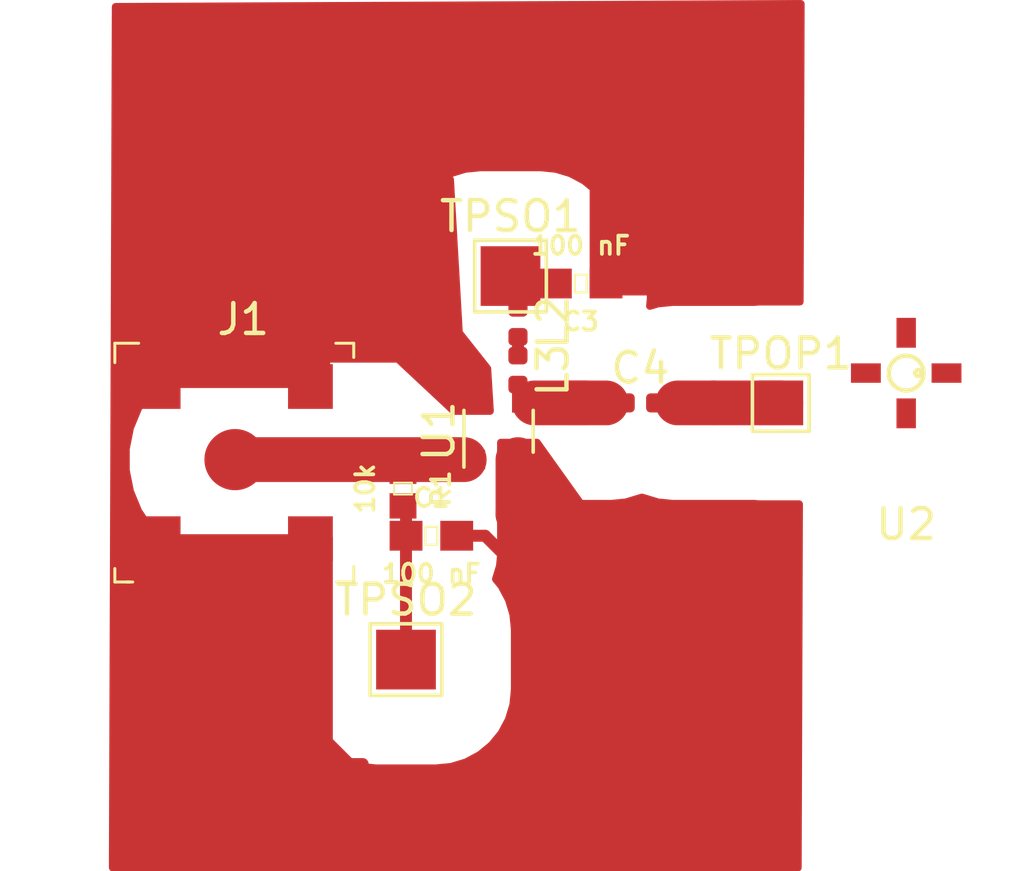
<source format=kicad_pcb>
(kicad_pcb (version 20171130) (host pcbnew 5.1.5+dfsg1-2~bpo9+1)

  (general
    (thickness 1.6)
    (drawings 0)
    (tracks 22)
    (zones 0)
    (modules 12)
    (nets 12)
  )

  (page A4)
  (layers
    (0 F.Cu signal)
    (31 B.Cu signal)
    (32 B.Adhes user)
    (33 F.Adhes user)
    (34 B.Paste user)
    (35 F.Paste user)
    (36 B.SilkS user)
    (37 F.SilkS user)
    (38 B.Mask user)
    (39 F.Mask user)
    (40 Dwgs.User user)
    (41 Cmts.User user)
    (42 Eco1.User user)
    (43 Eco2.User user)
    (44 Edge.Cuts user)
    (45 Margin user)
    (46 B.CrtYd user)
    (47 F.CrtYd user)
    (48 B.Fab user)
    (49 F.Fab user)
  )

  (setup
    (last_trace_width 0.25)
    (user_trace_width 0.4)
    (user_trace_width 1.5)
    (trace_clearance 0.2)
    (zone_clearance 0)
    (zone_45_only no)
    (trace_min 0.2)
    (via_size 0.8)
    (via_drill 0.4)
    (via_min_size 0.4)
    (via_min_drill 0.3)
    (uvia_size 0.3)
    (uvia_drill 0.1)
    (uvias_allowed no)
    (uvia_min_size 0.2)
    (uvia_min_drill 0.1)
    (edge_width 0.05)
    (segment_width 0.2)
    (pcb_text_width 0.3)
    (pcb_text_size 1.5 1.5)
    (mod_edge_width 0.12)
    (mod_text_size 1 1)
    (mod_text_width 0.15)
    (pad_size 1.524 1.524)
    (pad_drill 0.762)
    (pad_to_mask_clearance 0.051)
    (solder_mask_min_width 0.25)
    (aux_axis_origin 137.4 91.2)
    (grid_origin 137.4 91.2)
    (visible_elements FFFFFF7F)
    (pcbplotparams
      (layerselection 0x010fc_ffffffff)
      (usegerberextensions false)
      (usegerberattributes false)
      (usegerberadvancedattributes false)
      (creategerberjobfile false)
      (excludeedgelayer true)
      (linewidth 0.020000)
      (plotframeref false)
      (viasonmask false)
      (mode 1)
      (useauxorigin true)
      (hpglpennumber 1)
      (hpglpenspeed 20)
      (hpglpendiameter 15.000000)
      (psnegative false)
      (psa4output false)
      (plotreference true)
      (plotvalue true)
      (plotinvisibletext false)
      (padsonsilk false)
      (subtractmaskfromsilk false)
      (outputformat 1)
      (mirror false)
      (drillshape 0)
      (scaleselection 1)
      (outputdirectory ""))
  )

  (net 0 "")
  (net 1 nsource)
  (net 2 GND)
  (net 3 "Net-(C4-Pad2)")
  (net 4 "Net-(C4-Pad1)")
  (net 5 "Net-(J1-Pad2)")
  (net 6 "Net-(L2-Pad2)")
  (net 7 "Net-(C1-Pad1)")
  (net 8 "Net-(U2-Pad3)")
  (net 9 "Net-(U2-Pad4)")
  (net 10 "Net-(U2-Pad1)")
  (net 11 "Net-(U2-Pad2)")

  (net_class Default "This is the default net class."
    (clearance 0.2)
    (trace_width 0.25)
    (via_dia 0.8)
    (via_drill 0.4)
    (uvia_dia 0.3)
    (uvia_drill 0.1)
    (add_net GND)
    (add_net "Net-(C1-Pad1)")
    (add_net "Net-(C4-Pad1)")
    (add_net "Net-(C4-Pad2)")
    (add_net "Net-(J1-Pad2)")
    (add_net "Net-(L2-Pad2)")
    (add_net "Net-(U2-Pad1)")
    (add_net "Net-(U2-Pad2)")
    (add_net "Net-(U2-Pad3)")
    (add_net "Net-(U2-Pad4)")
    (add_net nsource)
  )

  (module 0xDBFB7:4-Micro-X (layer F.Cu) (tedit 5E8E9CC3) (tstamp 5F2EF94D)
    (at 164 103.6)
    (path /5F97ADF9)
    (fp_text reference U2 (at 0 5.072) (layer F.SilkS)
      (effects (font (size 1 1) (thickness 0.15)))
    )
    (fp_text value CE3520K3 (at 0 4.072) (layer F.Fab)
      (effects (font (size 1 1) (thickness 0.15)))
    )
    (fp_circle (center 0.4 0) (end 0.5 0) (layer F.SilkS) (width 0.15))
    (fp_circle (center 0 0) (end 0.583095 0) (layer F.SilkS) (width 0.15))
    (fp_text user Source (at -0.5 1.4 90) (layer Dwgs.User)
      (effects (font (size 0.2 0.2) (thickness 0.05)))
    )
    (fp_text user Source (at -0.5 -1.3 90) (layer Dwgs.User)
      (effects (font (size 0.2 0.2) (thickness 0.05)))
    )
    (fp_text user Drain (at -1.3 -0.5) (layer Dwgs.User)
      (effects (font (size 0.2 0.2) (thickness 0.05)))
    )
    (fp_text user Gate (at 1.4 -0.5) (layer Dwgs.User)
      (effects (font (size 0.2 0.2) (thickness 0.05)))
    )
    (pad 3 smd rect (at 0 1.35 180) (size 0.65 1) (layers F.Cu F.Paste F.Mask)
      (net 8 "Net-(U2-Pad3)"))
    (pad 4 smd rect (at 1.35 0 270) (size 0.65 1) (layers F.Cu F.Paste F.Mask)
      (net 9 "Net-(U2-Pad4)"))
    (pad 1 smd rect (at 0 -1.35) (size 0.65 1) (layers F.Cu F.Paste F.Mask)
      (net 10 "Net-(U2-Pad1)"))
    (pad 2 smd rect (at -1.35 0 90) (size 0.65 1) (layers F.Cu F.Paste F.Mask)
      (net 11 "Net-(U2-Pad2)"))
  )

  (module Capacitors:0402 (layer F.Cu) (tedit 200000) (tstamp 5F2E2EB5)
    (at 147.15 107.47088 270)
    (descr "GENERIC 1005 (0402) PACKAGE")
    (tags "GENERIC 1005 (0402) PACKAGE")
    (path /5F960EE5)
    (attr smd)
    (fp_text reference R1 (at 0 -1.27 90) (layer F.SilkS)
      (effects (font (size 0.6096 0.6096) (thickness 0.127)))
    )
    (fp_text value 10k (at 0 1.27 90) (layer F.SilkS)
      (effects (font (size 0.6096 0.6096) (thickness 0.127)))
    )
    (fp_line (start -1.19888 0.6477) (end -1.19888 -0.6477) (layer F.CrtYd) (width 0.0508))
    (fp_line (start 1.19888 0.6477) (end -1.19888 0.6477) (layer F.CrtYd) (width 0.0508))
    (fp_line (start 1.19888 -0.6477) (end 1.19888 0.6477) (layer F.CrtYd) (width 0.0508))
    (fp_line (start -1.19888 -0.6477) (end 1.19888 -0.6477) (layer F.CrtYd) (width 0.0508))
    (fp_line (start 0.26924 0.2286) (end -0.26924 0.2286) (layer Dwgs.User) (width 0.1524))
    (fp_line (start -0.26924 -0.2286) (end 0.26924 -0.2286) (layer Dwgs.User) (width 0.1524))
    (fp_line (start -0.19812 0.29972) (end -0.19812 -0.29972) (layer F.SilkS) (width 0.06604))
    (fp_line (start -0.19812 -0.29972) (end 0.19812 -0.29972) (layer F.SilkS) (width 0.06604))
    (fp_line (start 0.19812 0.29972) (end 0.19812 -0.29972) (layer F.SilkS) (width 0.06604))
    (fp_line (start -0.19812 0.29972) (end 0.19812 0.29972) (layer F.SilkS) (width 0.06604))
    (fp_line (start 0.25654 0.3048) (end 0.25654 -0.3048) (layer Dwgs.User) (width 0.06604))
    (fp_line (start 0.25654 -0.3048) (end 0.5588 -0.3048) (layer Dwgs.User) (width 0.06604))
    (fp_line (start 0.5588 0.3048) (end 0.5588 -0.3048) (layer Dwgs.User) (width 0.06604))
    (fp_line (start 0.25654 0.3048) (end 0.5588 0.3048) (layer Dwgs.User) (width 0.06604))
    (fp_line (start -0.55372 0.3048) (end -0.55372 -0.3048) (layer Dwgs.User) (width 0.06604))
    (fp_line (start -0.55372 -0.3048) (end -0.254 -0.3048) (layer Dwgs.User) (width 0.06604))
    (fp_line (start -0.254 0.3048) (end -0.254 -0.3048) (layer Dwgs.User) (width 0.06604))
    (fp_line (start -0.55372 0.3048) (end -0.254 0.3048) (layer Dwgs.User) (width 0.06604))
    (pad 2 smd rect (at 0.57912 0 270) (size 0.84836 0.89916) (layers F.Cu F.Paste F.Mask)
      (net 7 "Net-(C1-Pad1)") (solder_mask_margin 0.1016))
    (pad 1 smd rect (at -0.57912 0 270) (size 0.84836 0.89916) (layers F.Cu F.Paste F.Mask)
      (net 5 "Net-(J1-Pad2)") (solder_mask_margin 0.1016))
  )

  (module Capacitors:0603 (layer F.Cu) (tedit 596180EF) (tstamp 5F2E2E55)
    (at 153.1 100.6 180)
    (descr "GENERIC 1608 (0603) PACKAGE")
    (tags "GENERIC 1608 (0603) PACKAGE")
    (path /5EE4533B)
    (attr smd)
    (fp_text reference C3 (at 0 -1.27) (layer F.SilkS)
      (effects (font (size 0.6096 0.6096) (thickness 0.127)))
    )
    (fp_text value "100 nF" (at 0 1.27) (layer F.SilkS)
      (effects (font (size 0.6096 0.6096) (thickness 0.127)))
    )
    (fp_line (start -0.3556 0.41656) (end 0.3556 0.41656) (layer Dwgs.User) (width 0.1016))
    (fp_line (start -0.3556 -0.4318) (end 0.3556 -0.4318) (layer Dwgs.User) (width 0.1016))
    (fp_line (start -1.59766 0.6985) (end -1.59766 -0.6985) (layer F.CrtYd) (width 0.0508))
    (fp_line (start 1.59766 0.6985) (end -1.59766 0.6985) (layer F.CrtYd) (width 0.0508))
    (fp_line (start 1.59766 -0.6985) (end 1.59766 0.6985) (layer F.CrtYd) (width 0.0508))
    (fp_line (start -1.59766 -0.6985) (end 1.59766 -0.6985) (layer F.CrtYd) (width 0.0508))
    (fp_line (start -0.19812 0.29972) (end -0.19812 -0.29972) (layer F.SilkS) (width 0.06604))
    (fp_line (start -0.19812 -0.29972) (end 0.19812 -0.29972) (layer F.SilkS) (width 0.06604))
    (fp_line (start 0.19812 0.29972) (end 0.19812 -0.29972) (layer F.SilkS) (width 0.06604))
    (fp_line (start -0.19812 0.29972) (end 0.19812 0.29972) (layer F.SilkS) (width 0.06604))
    (fp_line (start 0.3302 0.4699) (end 0.3302 -0.48006) (layer Dwgs.User) (width 0.06604))
    (fp_line (start 0.3302 -0.48006) (end 0.82804 -0.48006) (layer Dwgs.User) (width 0.06604))
    (fp_line (start 0.82804 0.4699) (end 0.82804 -0.48006) (layer Dwgs.User) (width 0.06604))
    (fp_line (start 0.3302 0.4699) (end 0.82804 0.4699) (layer Dwgs.User) (width 0.06604))
    (fp_line (start -0.8382 0.4699) (end -0.8382 -0.48006) (layer Dwgs.User) (width 0.06604))
    (fp_line (start -0.8382 -0.48006) (end -0.33782 -0.48006) (layer Dwgs.User) (width 0.06604))
    (fp_line (start -0.33782 0.4699) (end -0.33782 -0.48006) (layer Dwgs.User) (width 0.06604))
    (fp_line (start -0.8382 0.4699) (end -0.33782 0.4699) (layer Dwgs.User) (width 0.06604))
    (pad 2 smd rect (at 0.84836 0 180) (size 1.09982 0.99822) (layers F.Cu F.Paste F.Mask)
      (net 1 nsource) (solder_mask_margin 0.1016))
    (pad 1 smd rect (at -0.84836 0 180) (size 1.09982 0.99822) (layers F.Cu F.Paste F.Mask)
      (net 2 GND) (solder_mask_margin 0.1016))
  )

  (module Capacitors:0603 (layer F.Cu) (tedit 596180EF) (tstamp 5F2E3678)
    (at 148.1 109.05)
    (descr "GENERIC 1608 (0603) PACKAGE")
    (tags "GENERIC 1608 (0603) PACKAGE")
    (path /5F96C23F)
    (attr smd)
    (fp_text reference C1 (at 0 -1.27) (layer F.SilkS)
      (effects (font (size 0.6096 0.6096) (thickness 0.127)))
    )
    (fp_text value "100 nF" (at 0 1.27) (layer F.SilkS)
      (effects (font (size 0.6096 0.6096) (thickness 0.127)))
    )
    (fp_line (start -0.3556 0.41656) (end 0.3556 0.41656) (layer Dwgs.User) (width 0.1016))
    (fp_line (start -0.3556 -0.4318) (end 0.3556 -0.4318) (layer Dwgs.User) (width 0.1016))
    (fp_line (start -1.59766 0.6985) (end -1.59766 -0.6985) (layer F.CrtYd) (width 0.0508))
    (fp_line (start 1.59766 0.6985) (end -1.59766 0.6985) (layer F.CrtYd) (width 0.0508))
    (fp_line (start 1.59766 -0.6985) (end 1.59766 0.6985) (layer F.CrtYd) (width 0.0508))
    (fp_line (start -1.59766 -0.6985) (end 1.59766 -0.6985) (layer F.CrtYd) (width 0.0508))
    (fp_line (start -0.19812 0.29972) (end -0.19812 -0.29972) (layer F.SilkS) (width 0.06604))
    (fp_line (start -0.19812 -0.29972) (end 0.19812 -0.29972) (layer F.SilkS) (width 0.06604))
    (fp_line (start 0.19812 0.29972) (end 0.19812 -0.29972) (layer F.SilkS) (width 0.06604))
    (fp_line (start -0.19812 0.29972) (end 0.19812 0.29972) (layer F.SilkS) (width 0.06604))
    (fp_line (start 0.3302 0.4699) (end 0.3302 -0.48006) (layer Dwgs.User) (width 0.06604))
    (fp_line (start 0.3302 -0.48006) (end 0.82804 -0.48006) (layer Dwgs.User) (width 0.06604))
    (fp_line (start 0.82804 0.4699) (end 0.82804 -0.48006) (layer Dwgs.User) (width 0.06604))
    (fp_line (start 0.3302 0.4699) (end 0.82804 0.4699) (layer Dwgs.User) (width 0.06604))
    (fp_line (start -0.8382 0.4699) (end -0.8382 -0.48006) (layer Dwgs.User) (width 0.06604))
    (fp_line (start -0.8382 -0.48006) (end -0.33782 -0.48006) (layer Dwgs.User) (width 0.06604))
    (fp_line (start -0.33782 0.4699) (end -0.33782 -0.48006) (layer Dwgs.User) (width 0.06604))
    (fp_line (start -0.8382 0.4699) (end -0.33782 0.4699) (layer Dwgs.User) (width 0.06604))
    (pad 2 smd rect (at 0.84836 0) (size 1.09982 0.99822) (layers F.Cu F.Paste F.Mask)
      (net 2 GND) (solder_mask_margin 0.1016))
    (pad 1 smd rect (at -0.84836 0) (size 1.09982 0.99822) (layers F.Cu F.Paste F.Mask)
      (net 7 "Net-(C1-Pad1)") (solder_mask_margin 0.1016))
  )

  (module digikey-footprints:RF_SMA_Receptical_Vertical_CONSMA001-SMD-G (layer F.Cu) (tedit 5ACE1393) (tstamp 5F2E4853)
    (at 141.5 106.6)
    (path /5F97581C)
    (fp_text reference J1 (at 0.3 -4.8) (layer F.SilkS)
      (effects (font (size 1 1) (thickness 0.15)))
    )
    (fp_text value CONSMA001-SMD-G (at 0.01778 5.15112) (layer F.Fab)
      (effects (font (size 1 1) (thickness 0.15)))
    )
    (fp_line (start -3.88 -3.88) (end 3.88 -3.88) (layer F.Fab) (width 0.1))
    (fp_line (start 3.88 -3.88) (end 3.88 3.88) (layer F.Fab) (width 0.1))
    (fp_line (start 3.88 3.88) (end -3.88 3.88) (layer F.Fab) (width 0.1))
    (fp_line (start -3.88 -3.88) (end -3.88 3.88) (layer F.Fab) (width 0.1))
    (fp_line (start -4.13 -4.13) (end 4.13 -4.13) (layer F.CrtYd) (width 0.05))
    (fp_line (start 4.13 -4.13) (end 4.13 4.13) (layer F.CrtYd) (width 0.05))
    (fp_line (start 4.13 4.13) (end -4.13 4.13) (layer F.CrtYd) (width 0.05))
    (fp_line (start -4.13 4.13) (end -4.13 -4.13) (layer F.CrtYd) (width 0.05))
    (fp_line (start 4 -4) (end 4 -3.525) (layer F.SilkS) (width 0.1))
    (fp_line (start 3.4 -4) (end 4 -4) (layer F.SilkS) (width 0.1))
    (fp_line (start -4 -4) (end -4 -3.35) (layer F.SilkS) (width 0.1))
    (fp_line (start -3.2 -4) (end -4 -4) (layer F.SilkS) (width 0.1))
    (fp_line (start 4 4) (end 3.425 4) (layer F.SilkS) (width 0.1))
    (fp_line (start 4 3.475) (end 4 4) (layer F.SilkS) (width 0.1))
    (fp_line (start -4 4) (end -4 3.55) (layer F.SilkS) (width 0.1))
    (fp_line (start -3.5 4) (end -4 4) (layer F.SilkS) (width 0.1))
    (fp_line (start -3.6 4) (end -3.4 4) (layer F.SilkS) (width 0.1))
    (fp_text user %R (at -0.075 -2.675) (layer F.Fab)
      (effects (font (size 0.75 0.75) (thickness 0.075)))
    )
    (pad 2 smd circle (at 0.025 -0.1) (size 2.05 2.05) (layers F.Cu F.Paste F.Mask)
      (net 5 "Net-(J1-Pad2)"))
    (pad 1 smd rect (at 2.55 2.55) (size 1.5 1.5) (layers F.Cu F.Paste F.Mask)
      (net 2 GND))
    (pad 1 smd rect (at 2.55 -2.55) (size 1.5 1.5) (layers F.Cu F.Paste F.Mask)
      (net 2 GND))
    (pad 1 smd rect (at -2.55 -2.55) (size 1.5 1.5) (layers F.Cu F.Paste F.Mask)
      (net 2 GND))
    (pad 1 smd rect (at -2.55 2.55) (size 1.5 1.5) (layers F.Cu F.Paste F.Mask)
      (net 2 GND))
  )

  (module Package_TO_SOT_SMD:SOT-343_SC-70-4 (layer F.Cu) (tedit 5A02FF57) (tstamp 5F2E2EF3)
    (at 150.35 105.55 90)
    (descr "SOT-343, SC-70-4")
    (tags "SOT-343 SC-70-4")
    (path /5EF9F4AC)
    (attr smd)
    (fp_text reference U1 (at 0 -2 90) (layer F.SilkS)
      (effects (font (size 1 1) (thickness 0.15)))
    )
    (fp_text value BFP620 (at 0 2 270) (layer F.Fab)
      (effects (font (size 1 1) (thickness 0.15)))
    )
    (fp_line (start -0.175 -1.1) (end -0.675 -0.6) (layer F.Fab) (width 0.1))
    (fp_line (start 0.675 1.1) (end -0.675 1.1) (layer F.Fab) (width 0.1))
    (fp_line (start 0.675 -1.1) (end 0.675 1.1) (layer F.Fab) (width 0.1))
    (fp_line (start -1.6 1.4) (end 1.6 1.4) (layer F.CrtYd) (width 0.05))
    (fp_line (start -0.675 -0.6) (end -0.675 1.1) (layer F.Fab) (width 0.1))
    (fp_line (start 0.675 -1.1) (end -0.175 -1.1) (layer F.Fab) (width 0.1))
    (fp_line (start -1.6 -1.4) (end 1.6 -1.4) (layer F.CrtYd) (width 0.05))
    (fp_line (start -1.6 -1.4) (end -1.6 1.4) (layer F.CrtYd) (width 0.05))
    (fp_line (start 1.6 1.4) (end 1.6 -1.4) (layer F.CrtYd) (width 0.05))
    (fp_line (start -0.7 1.16) (end 0.7 1.16) (layer F.SilkS) (width 0.12))
    (fp_line (start 0.7 -1.16) (end -1.2 -1.16) (layer F.SilkS) (width 0.12))
    (fp_text user %R (at 0 0) (layer F.Fab)
      (effects (font (size 0.5 0.5) (thickness 0.075)))
    )
    (pad 4 smd rect (at 0.95 -0.65 90) (size 0.65 0.4) (layers F.Cu F.Paste F.Mask)
      (net 2 GND))
    (pad 3 smd rect (at 0.95 0.65 90) (size 0.65 0.4) (layers F.Cu F.Paste F.Mask)
      (net 4 "Net-(C4-Pad1)"))
    (pad 2 smd rect (at -0.95 0.65 90) (size 0.65 0.4) (layers F.Cu F.Paste F.Mask)
      (net 2 GND))
    (pad 1 smd rect (at -0.95 -0.65 90) (size 0.65 0.4) (layers F.Cu F.Paste F.Mask)
      (net 5 "Net-(J1-Pad2)"))
    (model ${KISYS3DMOD}/Package_TO_SOT_SMD.3dshapes/SOT-343_SC-70-4.wrl
      (at (xyz 0 0 0))
      (scale (xyz 1 1 1))
      (rotate (xyz 0 0 0))
    )
  )

  (module TestPoint:TestPoint_Pad_2.0x2.0mm (layer F.Cu) (tedit 5A0F774F) (tstamp 5F2E2EDF)
    (at 147.25 113.2)
    (descr "SMD rectangular pad as test Point, square 2.0mm side length")
    (tags "test point SMD pad rectangle square")
    (path /5F964277)
    (attr virtual)
    (fp_text reference TPSO2 (at 0 -1.998) (layer F.SilkS)
      (effects (font (size 1 1) (thickness 0.15)))
    )
    (fp_text value Vsource (at 0 2.05) (layer F.Fab)
      (effects (font (size 1 1) (thickness 0.15)))
    )
    (fp_line (start 1.5 1.5) (end -1.5 1.5) (layer F.CrtYd) (width 0.05))
    (fp_line (start 1.5 1.5) (end 1.5 -1.5) (layer F.CrtYd) (width 0.05))
    (fp_line (start -1.5 -1.5) (end -1.5 1.5) (layer F.CrtYd) (width 0.05))
    (fp_line (start -1.5 -1.5) (end 1.5 -1.5) (layer F.CrtYd) (width 0.05))
    (fp_line (start -1.2 1.2) (end -1.2 -1.2) (layer F.SilkS) (width 0.12))
    (fp_line (start 1.2 1.2) (end -1.2 1.2) (layer F.SilkS) (width 0.12))
    (fp_line (start 1.2 -1.2) (end 1.2 1.2) (layer F.SilkS) (width 0.12))
    (fp_line (start -1.2 -1.2) (end 1.2 -1.2) (layer F.SilkS) (width 0.12))
    (fp_text user %R (at 0 -2) (layer F.Fab)
      (effects (font (size 1 1) (thickness 0.15)))
    )
    (pad 1 smd rect (at 0 0) (size 2 2) (layers F.Cu F.Mask)
      (net 7 "Net-(C1-Pad1)"))
  )

  (module TestPoint:TestPoint_Pad_2.0x2.0mm (layer F.Cu) (tedit 5A0F774F) (tstamp 5F2E2ED1)
    (at 150.75 100.35)
    (descr "SMD rectangular pad as test Point, square 2.0mm side length")
    (tags "test point SMD pad rectangle square")
    (path /5EE45334)
    (attr virtual)
    (fp_text reference TPSO1 (at 0 -1.998) (layer F.SilkS)
      (effects (font (size 1 1) (thickness 0.15)))
    )
    (fp_text value Vsource (at 0 2.05) (layer F.Fab)
      (effects (font (size 1 1) (thickness 0.15)))
    )
    (fp_line (start 1.5 1.5) (end -1.5 1.5) (layer F.CrtYd) (width 0.05))
    (fp_line (start 1.5 1.5) (end 1.5 -1.5) (layer F.CrtYd) (width 0.05))
    (fp_line (start -1.5 -1.5) (end -1.5 1.5) (layer F.CrtYd) (width 0.05))
    (fp_line (start -1.5 -1.5) (end 1.5 -1.5) (layer F.CrtYd) (width 0.05))
    (fp_line (start -1.2 1.2) (end -1.2 -1.2) (layer F.SilkS) (width 0.12))
    (fp_line (start 1.2 1.2) (end -1.2 1.2) (layer F.SilkS) (width 0.12))
    (fp_line (start 1.2 -1.2) (end 1.2 1.2) (layer F.SilkS) (width 0.12))
    (fp_line (start -1.2 -1.2) (end 1.2 -1.2) (layer F.SilkS) (width 0.12))
    (fp_text user %R (at 0 -2) (layer F.Fab)
      (effects (font (size 1 1) (thickness 0.15)))
    )
    (pad 1 smd rect (at 0 0) (size 2 2) (layers F.Cu F.Mask)
      (net 1 nsource))
  )

  (module TestPoint:TestPoint_Pad_1.5x1.5mm (layer F.Cu) (tedit 5A0F774F) (tstamp 5F2E2EC3)
    (at 159.8 104.6)
    (descr "SMD rectangular pad as test Point, square 1.5mm side length")
    (tags "test point SMD pad rectangle square")
    (path /5EE35A86)
    (attr virtual)
    (fp_text reference TPOP1 (at 0 -1.648) (layer F.SilkS)
      (effects (font (size 1 1) (thickness 0.15)))
    )
    (fp_text value Voutput (at 0 1.75) (layer F.Fab)
      (effects (font (size 1 1) (thickness 0.15)))
    )
    (fp_line (start 1.25 1.25) (end -1.25 1.25) (layer F.CrtYd) (width 0.05))
    (fp_line (start 1.25 1.25) (end 1.25 -1.25) (layer F.CrtYd) (width 0.05))
    (fp_line (start -1.25 -1.25) (end -1.25 1.25) (layer F.CrtYd) (width 0.05))
    (fp_line (start -1.25 -1.25) (end 1.25 -1.25) (layer F.CrtYd) (width 0.05))
    (fp_line (start -0.95 0.95) (end -0.95 -0.95) (layer F.SilkS) (width 0.12))
    (fp_line (start 0.95 0.95) (end -0.95 0.95) (layer F.SilkS) (width 0.12))
    (fp_line (start 0.95 -0.95) (end 0.95 0.95) (layer F.SilkS) (width 0.12))
    (fp_line (start -0.95 -0.95) (end 0.95 -0.95) (layer F.SilkS) (width 0.12))
    (fp_text user %R (at 0 -1.65) (layer F.Fab)
      (effects (font (size 1 1) (thickness 0.15)))
    )
    (pad 1 smd rect (at 0 0) (size 1.5 1.5) (layers F.Cu F.Mask)
      (net 3 "Net-(C4-Pad2)"))
  )

  (module Resistor_SMD:R_0402_1005Metric (layer F.Cu) (tedit 5B301BBD) (tstamp 5F2E2E9D)
    (at 150.9989 103.5 270)
    (descr "Resistor SMD 0402 (1005 Metric), square (rectangular) end terminal, IPC_7351 nominal, (Body size source: http://www.tortai-tech.com/upload/download/2011102023233369053.pdf), generated with kicad-footprint-generator")
    (tags resistor)
    (path /5EE07869)
    (attr smd)
    (fp_text reference L3 (at 0 -1.17 90) (layer F.SilkS)
      (effects (font (size 1 1) (thickness 0.15)))
    )
    (fp_text value "220 nH" (at 0 1.17 90) (layer F.Fab)
      (effects (font (size 1 1) (thickness 0.15)))
    )
    (fp_text user %R (at 0 0 90) (layer F.Fab)
      (effects (font (size 0.25 0.25) (thickness 0.04)))
    )
    (fp_line (start 0.93 0.47) (end -0.93 0.47) (layer F.CrtYd) (width 0.05))
    (fp_line (start 0.93 -0.47) (end 0.93 0.47) (layer F.CrtYd) (width 0.05))
    (fp_line (start -0.93 -0.47) (end 0.93 -0.47) (layer F.CrtYd) (width 0.05))
    (fp_line (start -0.93 0.47) (end -0.93 -0.47) (layer F.CrtYd) (width 0.05))
    (fp_line (start 0.5 0.25) (end -0.5 0.25) (layer F.Fab) (width 0.1))
    (fp_line (start 0.5 -0.25) (end 0.5 0.25) (layer F.Fab) (width 0.1))
    (fp_line (start -0.5 -0.25) (end 0.5 -0.25) (layer F.Fab) (width 0.1))
    (fp_line (start -0.5 0.25) (end -0.5 -0.25) (layer F.Fab) (width 0.1))
    (pad 2 smd roundrect (at 0.485 0 270) (size 0.59 0.64) (layers F.Cu F.Paste F.Mask) (roundrect_rratio 0.25)
      (net 4 "Net-(C4-Pad1)"))
    (pad 1 smd roundrect (at -0.485 0 270) (size 0.59 0.64) (layers F.Cu F.Paste F.Mask) (roundrect_rratio 0.25)
      (net 6 "Net-(L2-Pad2)"))
    (model ${KISYS3DMOD}/Resistor_SMD.3dshapes/R_0402_1005Metric.wrl
      (at (xyz 0 0 0))
      (scale (xyz 1 1 1))
      (rotate (xyz 0 0 0))
    )
  )

  (module Resistor_SMD:R_0402_1005Metric (layer F.Cu) (tedit 5B301BBD) (tstamp 5F2E2E8E)
    (at 151 101.9 270)
    (descr "Resistor SMD 0402 (1005 Metric), square (rectangular) end terminal, IPC_7351 nominal, (Body size source: http://www.tortai-tech.com/upload/download/2011102023233369053.pdf), generated with kicad-footprint-generator")
    (tags resistor)
    (path /5EE08A1B)
    (attr smd)
    (fp_text reference L2 (at 0 -1.17 90) (layer F.SilkS)
      (effects (font (size 1 1) (thickness 0.15)))
    )
    (fp_text value "220 nH" (at 0 1.17 90) (layer F.Fab)
      (effects (font (size 1 1) (thickness 0.15)))
    )
    (fp_text user %R (at 0 0 90) (layer F.Fab)
      (effects (font (size 0.25 0.25) (thickness 0.04)))
    )
    (fp_line (start 0.93 0.47) (end -0.93 0.47) (layer F.CrtYd) (width 0.05))
    (fp_line (start 0.93 -0.47) (end 0.93 0.47) (layer F.CrtYd) (width 0.05))
    (fp_line (start -0.93 -0.47) (end 0.93 -0.47) (layer F.CrtYd) (width 0.05))
    (fp_line (start -0.93 0.47) (end -0.93 -0.47) (layer F.CrtYd) (width 0.05))
    (fp_line (start 0.5 0.25) (end -0.5 0.25) (layer F.Fab) (width 0.1))
    (fp_line (start 0.5 -0.25) (end 0.5 0.25) (layer F.Fab) (width 0.1))
    (fp_line (start -0.5 -0.25) (end 0.5 -0.25) (layer F.Fab) (width 0.1))
    (fp_line (start -0.5 0.25) (end -0.5 -0.25) (layer F.Fab) (width 0.1))
    (pad 2 smd roundrect (at 0.485 0 270) (size 0.59 0.64) (layers F.Cu F.Paste F.Mask) (roundrect_rratio 0.25)
      (net 6 "Net-(L2-Pad2)"))
    (pad 1 smd roundrect (at -0.485 0 270) (size 0.59 0.64) (layers F.Cu F.Paste F.Mask) (roundrect_rratio 0.25)
      (net 1 nsource))
    (model ${KISYS3DMOD}/Resistor_SMD.3dshapes/R_0402_1005Metric.wrl
      (at (xyz 0 0 0))
      (scale (xyz 1 1 1))
      (rotate (xyz 0 0 0))
    )
  )

  (module Capacitor_SMD:C_0402_1005Metric (layer F.Cu) (tedit 5B301BBE) (tstamp 5F2E2E64)
    (at 155.1 104.6)
    (descr "Capacitor SMD 0402 (1005 Metric), square (rectangular) end terminal, IPC_7351 nominal, (Body size source: http://www.tortai-tech.com/upload/download/2011102023233369053.pdf), generated with kicad-footprint-generator")
    (tags capacitor)
    (path /5EE408DC)
    (attr smd)
    (fp_text reference C4 (at 0 -1.17) (layer F.SilkS)
      (effects (font (size 1 1) (thickness 0.15)))
    )
    (fp_text value "10 pF" (at 0 1.17) (layer F.Fab)
      (effects (font (size 1 1) (thickness 0.15)))
    )
    (fp_text user %R (at 0 0) (layer F.Fab)
      (effects (font (size 0.25 0.25) (thickness 0.04)))
    )
    (fp_line (start 0.93 0.47) (end -0.93 0.47) (layer F.CrtYd) (width 0.05))
    (fp_line (start 0.93 -0.47) (end 0.93 0.47) (layer F.CrtYd) (width 0.05))
    (fp_line (start -0.93 -0.47) (end 0.93 -0.47) (layer F.CrtYd) (width 0.05))
    (fp_line (start -0.93 0.47) (end -0.93 -0.47) (layer F.CrtYd) (width 0.05))
    (fp_line (start 0.5 0.25) (end -0.5 0.25) (layer F.Fab) (width 0.1))
    (fp_line (start 0.5 -0.25) (end 0.5 0.25) (layer F.Fab) (width 0.1))
    (fp_line (start -0.5 -0.25) (end 0.5 -0.25) (layer F.Fab) (width 0.1))
    (fp_line (start -0.5 0.25) (end -0.5 -0.25) (layer F.Fab) (width 0.1))
    (pad 2 smd roundrect (at 0.485 0) (size 0.59 0.64) (layers F.Cu F.Paste F.Mask) (roundrect_rratio 0.25)
      (net 3 "Net-(C4-Pad2)"))
    (pad 1 smd roundrect (at -0.485 0) (size 0.59 0.64) (layers F.Cu F.Paste F.Mask) (roundrect_rratio 0.25)
      (net 4 "Net-(C4-Pad1)"))
    (model ${KISYS3DMOD}/Capacitor_SMD.3dshapes/C_0402_1005Metric.wrl
      (at (xyz 0 0 0))
      (scale (xyz 1 1 1))
      (rotate (xyz 0 0 0))
    )
  )

  (segment (start 144.05 102.9) (end 143.9 102.75) (width 0.4) (layer F.Cu) (net 2))
  (segment (start 144.05 104.05) (end 144.05 102.9) (width 0.4) (layer F.Cu) (net 2))
  (segment (start 143.9 102.75) (end 143.9 99.5) (width 0.4) (layer F.Cu) (net 2))
  (segment (start 143.9 99.5) (end 148.6 94.8) (width 0.4) (layer F.Cu) (net 2))
  (segment (start 138.95 110.3) (end 145.35 116.7) (width 0.4) (layer F.Cu) (net 2))
  (segment (start 138.95 109.15) (end 138.95 110.3) (width 0.4) (layer F.Cu) (net 2))
  (segment (start 145.35 116.7) (end 145.8 116.7) (width 0.4) (layer F.Cu) (net 2))
  (segment (start 149.89827 109.05) (end 154.24827 113.4) (width 0.4) (layer F.Cu) (net 2))
  (segment (start 148.94836 109.05) (end 149.89827 109.05) (width 0.4) (layer F.Cu) (net 2))
  (segment (start 151 108.325) (end 155.5 112.825) (width 1.5) (layer F.Cu) (net 2))
  (segment (start 151 106.5) (end 151 108.325) (width 1.5) (layer F.Cu) (net 2))
  (segment (start 159.8 104.6) (end 157.55 104.6) (width 1.5) (layer F.Cu) (net 3))
  (segment (start 157.55 104.6) (end 156.35 104.6) (width 1.5) (layer F.Cu) (net 3))
  (segment (start 151.55 104.6) (end 153.25 104.6) (width 1.5) (layer F.Cu) (net 4))
  (segment (start 152.7 104.6) (end 153.95 104.6) (width 1.5) (layer F.Cu) (net 4))
  (segment (start 141.55 106.5) (end 149.2 106.5) (width 1.5) (layer F.Cu) (net 5))
  (segment (start 151 103.0139) (end 150.9989 103.015) (width 0.4) (layer F.Cu) (net 6))
  (segment (start 151 102.385) (end 151 103.0139) (width 0.4) (layer F.Cu) (net 6))
  (segment (start 147.25164 108.15164) (end 147.15 108.05) (width 0.4) (layer F.Cu) (net 7))
  (segment (start 147.25164 109.05) (end 147.25164 108.15164) (width 0.4) (layer F.Cu) (net 7))
  (segment (start 147.25 109.05164) (end 147.25164 109.05) (width 0.4) (layer F.Cu) (net 7))
  (segment (start 147.25 113.2) (end 147.25 109.05164) (width 0.4) (layer F.Cu) (net 7))

  (zone (net 2) (net_name GND) (layer F.Cu) (tstamp 0) (hatch edge 0.508)
    (connect_pads yes (clearance 2.5))
    (min_thickness 0.254)
    (fill yes (arc_segments 32) (thermal_gap 0.508) (thermal_bridge_width 0.508))
    (polygon
      (pts
        (xy 160.5 120.3) (xy 137.3 120.3) (xy 137.4 91.2) (xy 160.6 91.1)
      )
    )
    (filled_polygon
      (pts
        (xy 160.438375 101.21029) (xy 159.05 101.21029) (xy 158.920952 101.223) (xy 156.184107 101.223) (xy 155.687992 101.271863)
        (xy 155.416123 101.354334) (xy 155.44126 101.09911) (xy 155.44126 100.10089) (xy 155.390539 99.585908) (xy 155.240324 99.090717)
        (xy 154.996389 98.634346) (xy 154.668107 98.234333) (xy 154.268094 97.906051) (xy 153.811723 97.662116) (xy 153.747103 97.642514)
        (xy 153.616557 97.483443) (xy 153.216544 97.155161) (xy 152.760173 96.911226) (xy 152.264982 96.761011) (xy 151.75 96.71029)
        (xy 149.75 96.71029) (xy 149.235018 96.761011) (xy 148.739827 96.911226) (xy 148.283456 97.155161) (xy 147.883443 97.483443)
        (xy 147.555161 97.883456) (xy 147.311226 98.339827) (xy 147.161011 98.835018) (xy 147.11029 99.35) (xy 147.11029 101.35)
        (xy 147.161011 101.864982) (xy 147.311226 102.360173) (xy 147.555161 102.816544) (xy 147.806663 103.123) (xy 142.915335 103.123)
        (xy 142.590249 102.988345) (xy 141.884691 102.848) (xy 141.165309 102.848) (xy 140.459751 102.988345) (xy 139.79513 103.26364)
        (xy 139.196986 103.663307) (xy 138.688307 104.171986) (xy 138.28864 104.77013) (xy 138.013345 105.434751) (xy 137.873 106.140309)
        (xy 137.873 106.859691) (xy 138.013345 107.565249) (xy 138.28864 108.22987) (xy 138.688307 108.828014) (xy 139.196986 109.336693)
        (xy 139.79513 109.73636) (xy 140.459751 110.011655) (xy 141.165309 110.152) (xy 141.884691 110.152) (xy 142.590249 110.011655)
        (xy 142.915335 109.877) (xy 144.094314 109.877) (xy 144.112741 110.064092) (xy 144.245453 110.501584) (xy 144.055161 110.733456)
        (xy 143.811226 111.189827) (xy 143.661011 111.685018) (xy 143.61029 112.2) (xy 143.61029 114.2) (xy 143.661011 114.714982)
        (xy 143.811226 115.210173) (xy 144.055161 115.666544) (xy 144.383443 116.066557) (xy 144.783456 116.394839) (xy 145.239827 116.638774)
        (xy 145.735018 116.788989) (xy 146.25 116.83971) (xy 148.25 116.83971) (xy 148.764982 116.788989) (xy 149.260173 116.638774)
        (xy 149.716544 116.394839) (xy 150.116557 116.066557) (xy 150.444839 115.666544) (xy 150.688774 115.210173) (xy 150.838989 114.714982)
        (xy 150.88971 114.2) (xy 150.88971 112.2) (xy 150.838989 111.685018) (xy 150.688774 111.189827) (xy 150.444839 110.733456)
        (xy 150.256942 110.504502) (xy 150.390539 110.064092) (xy 150.430771 109.655604) (xy 150.498575 109.635036) (xy 151.085238 109.321458)
        (xy 151.599453 108.899453) (xy 152.021458 108.385238) (xy 152.028017 108.372967) (xy 152.094839 108.291544) (xy 152.262966 107.977)
        (xy 154.115893 107.977) (xy 154.612008 107.928137) (xy 155.15 107.764938) (xy 155.687992 107.928137) (xy 156.184107 107.977)
        (xy 158.920952 107.977) (xy 159.05 107.98971) (xy 160.415158 107.98971) (xy 160.373434 120.173) (xy 137.427437 120.173)
        (xy 137.526566 91.326456) (xy 160.472563 91.227551)
      )
    )
  )
  (zone (net 2) (net_name GND) (layer F.Cu) (tstamp 5F2E4A27) (hatch edge 0.508)
    (connect_pads yes (clearance 0))
    (min_thickness 0.254)
    (fill yes (arc_segments 32) (thermal_gap 0.508) (thermal_bridge_width 0.508))
    (polygon
      (pts
        (xy 144.8 116.6) (xy 138.2 116.6) (xy 138.2 109) (xy 144.8 109)
      )
    )
    (filled_polygon
      (pts
        (xy 144.673 116.473) (xy 138.327 116.473) (xy 138.327 109.127) (xy 144.673 109.127)
      )
    )
  )
  (zone (net 2) (net_name GND) (layer F.Cu) (tstamp 5F2E4AFB) (hatch edge 0.508)
    (connect_pads yes (clearance 0.1))
    (min_thickness 0.254)
    (fill yes (arc_segments 32) (thermal_gap 0.508) (thermal_bridge_width 0.508))
    (polygon
      (pts
        (xy 148.85 97) (xy 149.15 102.2) (xy 150.1 103.4) (xy 150.2 105) (xy 148.8 105)
        (xy 142.6 99.2) (xy 146.1 96.6)
      )
    )
    (filled_polygon
      (pts
        (xy 148.729179 97.110762) (xy 149.023211 102.207315) (xy 149.027074 102.23191) (xy 149.035661 102.255278) (xy 149.050426 102.278829)
        (xy 149.975729 103.447633) (xy 150.064814 104.873) (xy 148.850143 104.873) (xy 142.797883 99.211208) (xy 146.133627 96.733227)
      )
    )
  )
  (zone (net 2) (net_name GND) (layer F.Cu) (tstamp 5F2E4AFA) (hatch edge 0.508)
    (connect_pads yes (clearance 0.1))
    (min_thickness 0.254)
    (fill yes (arc_segments 32) (thermal_gap 0.508) (thermal_bridge_width 0.508))
    (polygon
      (pts
        (xy 159 101) (xy 153.4 101) (xy 153.4 96.5) (xy 159 96.4)
      )
    )
    (filled_polygon
      (pts
        (xy 158.873 100.873) (xy 153.527 100.873) (xy 153.527 96.624753) (xy 158.873 96.529288)
      )
    )
  )
  (zone (net 2) (net_name GND) (layer F.Cu) (tstamp 5F2E4AF9) (hatch edge 0.508)
    (connect_pads yes (clearance 0))
    (min_thickness 0.254)
    (fill yes (arc_segments 32) (thermal_gap 0.508) (thermal_bridge_width 0.508))
    (polygon
      (pts
        (xy 144.7 104.1) (xy 138.1 104.1) (xy 138.2 96.6) (xy 144.8 96.6)
      )
    )
    (filled_polygon
      (pts
        (xy 144.574682 103.973) (xy 138.228705 103.973) (xy 138.325318 96.727) (xy 144.671295 96.727)
      )
    )
  )
  (zone (net 2) (net_name GND) (layer F.Cu) (tstamp 0) (hatch edge 0.508)
    (connect_pads yes (clearance 0))
    (min_thickness 0.254)
    (fill yes (arc_segments 32) (thermal_gap 0.508) (thermal_bridge_width 0.508))
    (polygon
      (pts
        (xy 153.7 108.6) (xy 150.3 110.1) (xy 150.3 105.8) (xy 151.7 105.8)
      )
    )
    (filled_polygon
      (pts
        (xy 153.505934 108.546807) (xy 150.427 109.90516) (xy 150.427 105.927) (xy 151.634644 105.927)
      )
    )
  )
)

</source>
